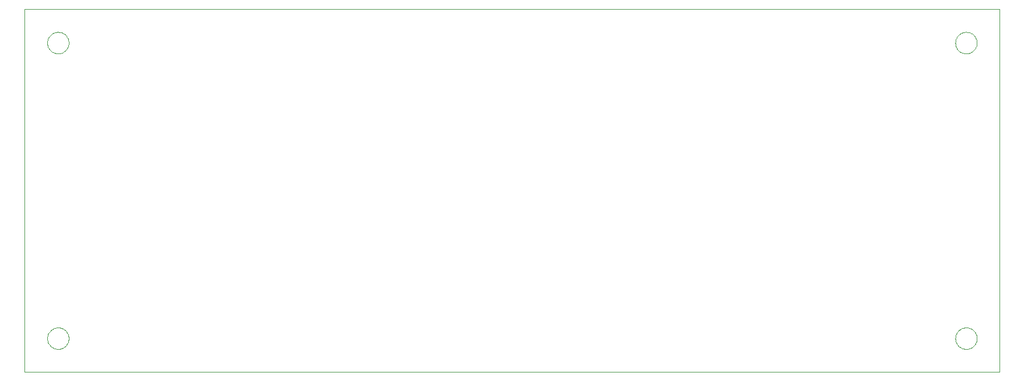
<source format=gbo>
G75*
G70*
%OFA0B0*%
%FSLAX24Y24*%
%IPPOS*%
%LPD*%
%AMOC8*
5,1,8,0,0,1.08239X$1,22.5*
%
%ADD10C,0.0000*%
D10*
X000232Y000101D02*
X000232Y021361D01*
X057318Y021361D01*
X057318Y000101D01*
X000232Y000101D01*
X001570Y002069D02*
X001572Y002119D01*
X001578Y002169D01*
X001588Y002218D01*
X001602Y002266D01*
X001619Y002313D01*
X001640Y002358D01*
X001665Y002402D01*
X001693Y002443D01*
X001725Y002482D01*
X001759Y002519D01*
X001796Y002553D01*
X001836Y002583D01*
X001878Y002610D01*
X001922Y002634D01*
X001968Y002655D01*
X002015Y002671D01*
X002063Y002684D01*
X002113Y002693D01*
X002162Y002698D01*
X002213Y002699D01*
X002263Y002696D01*
X002312Y002689D01*
X002361Y002678D01*
X002409Y002663D01*
X002455Y002645D01*
X002500Y002623D01*
X002543Y002597D01*
X002584Y002568D01*
X002623Y002536D01*
X002659Y002501D01*
X002691Y002463D01*
X002721Y002423D01*
X002748Y002380D01*
X002771Y002336D01*
X002790Y002290D01*
X002806Y002242D01*
X002818Y002193D01*
X002826Y002144D01*
X002830Y002094D01*
X002830Y002044D01*
X002826Y001994D01*
X002818Y001945D01*
X002806Y001896D01*
X002790Y001848D01*
X002771Y001802D01*
X002748Y001758D01*
X002721Y001715D01*
X002691Y001675D01*
X002659Y001637D01*
X002623Y001602D01*
X002584Y001570D01*
X002543Y001541D01*
X002500Y001515D01*
X002455Y001493D01*
X002409Y001475D01*
X002361Y001460D01*
X002312Y001449D01*
X002263Y001442D01*
X002213Y001439D01*
X002162Y001440D01*
X002113Y001445D01*
X002063Y001454D01*
X002015Y001467D01*
X001968Y001483D01*
X001922Y001504D01*
X001878Y001528D01*
X001836Y001555D01*
X001796Y001585D01*
X001759Y001619D01*
X001725Y001656D01*
X001693Y001695D01*
X001665Y001736D01*
X001640Y001780D01*
X001619Y001825D01*
X001602Y001872D01*
X001588Y001920D01*
X001578Y001969D01*
X001572Y002019D01*
X001570Y002069D01*
X001570Y019392D02*
X001572Y019442D01*
X001578Y019492D01*
X001588Y019541D01*
X001602Y019589D01*
X001619Y019636D01*
X001640Y019681D01*
X001665Y019725D01*
X001693Y019766D01*
X001725Y019805D01*
X001759Y019842D01*
X001796Y019876D01*
X001836Y019906D01*
X001878Y019933D01*
X001922Y019957D01*
X001968Y019978D01*
X002015Y019994D01*
X002063Y020007D01*
X002113Y020016D01*
X002162Y020021D01*
X002213Y020022D01*
X002263Y020019D01*
X002312Y020012D01*
X002361Y020001D01*
X002409Y019986D01*
X002455Y019968D01*
X002500Y019946D01*
X002543Y019920D01*
X002584Y019891D01*
X002623Y019859D01*
X002659Y019824D01*
X002691Y019786D01*
X002721Y019746D01*
X002748Y019703D01*
X002771Y019659D01*
X002790Y019613D01*
X002806Y019565D01*
X002818Y019516D01*
X002826Y019467D01*
X002830Y019417D01*
X002830Y019367D01*
X002826Y019317D01*
X002818Y019268D01*
X002806Y019219D01*
X002790Y019171D01*
X002771Y019125D01*
X002748Y019081D01*
X002721Y019038D01*
X002691Y018998D01*
X002659Y018960D01*
X002623Y018925D01*
X002584Y018893D01*
X002543Y018864D01*
X002500Y018838D01*
X002455Y018816D01*
X002409Y018798D01*
X002361Y018783D01*
X002312Y018772D01*
X002263Y018765D01*
X002213Y018762D01*
X002162Y018763D01*
X002113Y018768D01*
X002063Y018777D01*
X002015Y018790D01*
X001968Y018806D01*
X001922Y018827D01*
X001878Y018851D01*
X001836Y018878D01*
X001796Y018908D01*
X001759Y018942D01*
X001725Y018979D01*
X001693Y019018D01*
X001665Y019059D01*
X001640Y019103D01*
X001619Y019148D01*
X001602Y019195D01*
X001588Y019243D01*
X001578Y019292D01*
X001572Y019342D01*
X001570Y019392D01*
X054720Y019392D02*
X054722Y019442D01*
X054728Y019492D01*
X054738Y019541D01*
X054752Y019589D01*
X054769Y019636D01*
X054790Y019681D01*
X054815Y019725D01*
X054843Y019766D01*
X054875Y019805D01*
X054909Y019842D01*
X054946Y019876D01*
X054986Y019906D01*
X055028Y019933D01*
X055072Y019957D01*
X055118Y019978D01*
X055165Y019994D01*
X055213Y020007D01*
X055263Y020016D01*
X055312Y020021D01*
X055363Y020022D01*
X055413Y020019D01*
X055462Y020012D01*
X055511Y020001D01*
X055559Y019986D01*
X055605Y019968D01*
X055650Y019946D01*
X055693Y019920D01*
X055734Y019891D01*
X055773Y019859D01*
X055809Y019824D01*
X055841Y019786D01*
X055871Y019746D01*
X055898Y019703D01*
X055921Y019659D01*
X055940Y019613D01*
X055956Y019565D01*
X055968Y019516D01*
X055976Y019467D01*
X055980Y019417D01*
X055980Y019367D01*
X055976Y019317D01*
X055968Y019268D01*
X055956Y019219D01*
X055940Y019171D01*
X055921Y019125D01*
X055898Y019081D01*
X055871Y019038D01*
X055841Y018998D01*
X055809Y018960D01*
X055773Y018925D01*
X055734Y018893D01*
X055693Y018864D01*
X055650Y018838D01*
X055605Y018816D01*
X055559Y018798D01*
X055511Y018783D01*
X055462Y018772D01*
X055413Y018765D01*
X055363Y018762D01*
X055312Y018763D01*
X055263Y018768D01*
X055213Y018777D01*
X055165Y018790D01*
X055118Y018806D01*
X055072Y018827D01*
X055028Y018851D01*
X054986Y018878D01*
X054946Y018908D01*
X054909Y018942D01*
X054875Y018979D01*
X054843Y019018D01*
X054815Y019059D01*
X054790Y019103D01*
X054769Y019148D01*
X054752Y019195D01*
X054738Y019243D01*
X054728Y019292D01*
X054722Y019342D01*
X054720Y019392D01*
X054720Y002069D02*
X054722Y002119D01*
X054728Y002169D01*
X054738Y002218D01*
X054752Y002266D01*
X054769Y002313D01*
X054790Y002358D01*
X054815Y002402D01*
X054843Y002443D01*
X054875Y002482D01*
X054909Y002519D01*
X054946Y002553D01*
X054986Y002583D01*
X055028Y002610D01*
X055072Y002634D01*
X055118Y002655D01*
X055165Y002671D01*
X055213Y002684D01*
X055263Y002693D01*
X055312Y002698D01*
X055363Y002699D01*
X055413Y002696D01*
X055462Y002689D01*
X055511Y002678D01*
X055559Y002663D01*
X055605Y002645D01*
X055650Y002623D01*
X055693Y002597D01*
X055734Y002568D01*
X055773Y002536D01*
X055809Y002501D01*
X055841Y002463D01*
X055871Y002423D01*
X055898Y002380D01*
X055921Y002336D01*
X055940Y002290D01*
X055956Y002242D01*
X055968Y002193D01*
X055976Y002144D01*
X055980Y002094D01*
X055980Y002044D01*
X055976Y001994D01*
X055968Y001945D01*
X055956Y001896D01*
X055940Y001848D01*
X055921Y001802D01*
X055898Y001758D01*
X055871Y001715D01*
X055841Y001675D01*
X055809Y001637D01*
X055773Y001602D01*
X055734Y001570D01*
X055693Y001541D01*
X055650Y001515D01*
X055605Y001493D01*
X055559Y001475D01*
X055511Y001460D01*
X055462Y001449D01*
X055413Y001442D01*
X055363Y001439D01*
X055312Y001440D01*
X055263Y001445D01*
X055213Y001454D01*
X055165Y001467D01*
X055118Y001483D01*
X055072Y001504D01*
X055028Y001528D01*
X054986Y001555D01*
X054946Y001585D01*
X054909Y001619D01*
X054875Y001656D01*
X054843Y001695D01*
X054815Y001736D01*
X054790Y001780D01*
X054769Y001825D01*
X054752Y001872D01*
X054738Y001920D01*
X054728Y001969D01*
X054722Y002019D01*
X054720Y002069D01*
M02*

</source>
